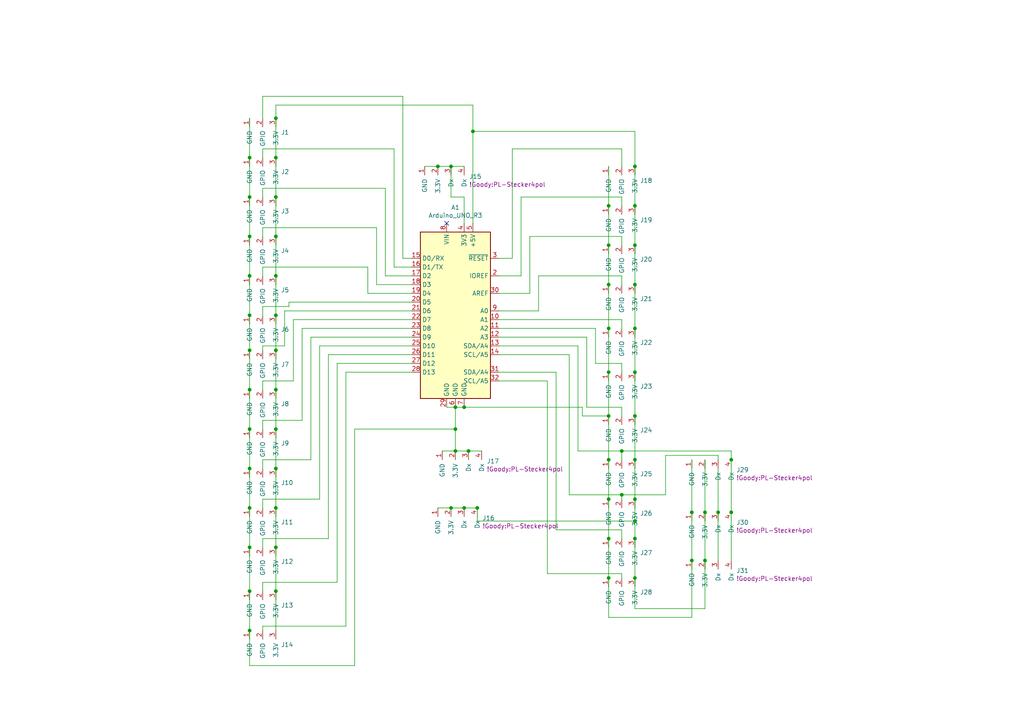
<source format=kicad_sch>
(kicad_sch (version 20230121) (generator eeschema)
  (paper "A4")
  (title_block (title "UNO Shield") (date "11.2023") (rev "V1.0"))
  (lib_symbols
    (symbol "!Goody:PL-Stecker_3pol" (pin_names (offset 1.016))
      (property "Reference" "J" (at 0 0 0))
      (symbol "PL-Stecker_3pol_1_1"
        (pin passive line (at -3.81 -2.54 270) (length 2.54) (name "GND") (number "1"))
        (pin passive line (at 0 -2.54 270) (length 2.54) (name "GPIO") (number "2"))
        (pin passive line (at 3.81 -2.54 270) (length 2.54) (name "3.3V") (number "3"))
      )
    )
    (symbol "!Goody:PL-Stecker_4pol_Data" (pin_names (offset 1.016))
      (property "Reference" "J" (at 0 0 0))
      (property "Footprint" "!Goody:PL-Stecker4pol" (at 0 0 0))
      (symbol "PL-Stecker_4pol_Data_1_1"
        (pin passive line (at -3.81 -2.54 270) (length 2.54) (name "GND") (number "1"))
        (pin passive line (at 0 -2.54 270) (length 2.54) (name "3.3V") (number "2"))
        (pin passive line (at 3.81 -2.54 270) (length 2.54) (name "Dx") (number "3"))
        (pin passive line (at 7.62 -2.54 270) (length 2.54) (name "Dx") (number "4"))
      )
    )
    (symbol "MCU_Module:Arduino_UNO_R3"
      (property "Reference" "A" (at -10.16 23.495 0))
      (property "Value" "Arduino_UNO_R3" (at 5.08 -26.67 0))
      (symbol "Arduino_UNO_R3_0_1"
        (rectangle (start -10.16 22.86) (end 10.16 -25.4) (stroke (width 0.254)) (fill (type background)))
      )
      (symbol "Arduino_UNO_R3_1_1"
        (pin no_connect line (at -10.16 -20.32 0) (length 2.54) hide (name "NC") (number "1"))
        (pin bidirectional line (at 12.7 -2.54 180) (length 2.54) (name "A1") (number "10"))
        (pin bidirectional line (at 12.7 -5.08 180) (length 2.54) (name "A2") (number "11"))
        (pin bidirectional line (at 12.7 -7.62 180) (length 2.54) (name "A3") (number "12"))
        (pin bidirectional line (at 12.7 -10.16 180) (length 2.54) (name "SDA/A4") (number "13"))
        (pin bidirectional line (at 12.7 -12.7 180) (length 2.54) (name "SCL/A5") (number "14"))
        (pin bidirectional line (at -12.7 15.24 0) (length 2.54) (name "D0/RX") (number "15"))
        (pin bidirectional line (at -12.7 12.7 0) (length 2.54) (name "D1/TX") (number "16"))
        (pin bidirectional line (at -12.7 10.16 0) (length 2.54) (name "D2") (number "17"))
        (pin bidirectional line (at -12.7 7.62 0) (length 2.54) (name "D3") (number "18"))
        (pin bidirectional line (at -12.7 5.08 0) (length 2.54) (name "D4") (number "19"))
        (pin output line (at 12.7 10.16 180) (length 2.54) (name "IOREF") (number "2"))
        (pin bidirectional line (at -12.7 2.54 0) (length 2.54) (name "D5") (number "20"))
        (pin bidirectional line (at -12.7 0 0) (length 2.54) (name "D6") (number "21"))
        (pin bidirectional line (at -12.7 -2.54 0) (length 2.54) (name "D7") (number "22"))
        (pin bidirectional line (at -12.7 -5.08 0) (length 2.54) (name "D8") (number "23"))
        (pin bidirectional line (at -12.7 -7.62 0) (length 2.54) (name "D9") (number "24"))
        (pin bidirectional line (at -12.7 -10.16 0) (length 2.54) (name "D10") (number "25"))
        (pin bidirectional line (at -12.7 -12.7 0) (length 2.54) (name "D11") (number "26"))
        (pin bidirectional line (at -12.7 -15.24 0) (length 2.54) (name "D12") (number "27"))
        (pin bidirectional line (at -12.7 -17.78 0) (length 2.54) (name "D13") (number "28"))
        (pin power_in line (at -2.54 -27.94 90) (length 2.54) (name "GND") (number "29"))
        (pin input line (at 12.7 15.24 180) (length 2.54) (name "~{RESET}") (number "3"))
        (pin input line (at 12.7 5.08 180) (length 2.54) (name "AREF") (number "30"))
        (pin bidirectional line (at 12.7 -17.78 180) (length 2.54) (name "SDA/A4") (number "31"))
        (pin bidirectional line (at 12.7 -20.32 180) (length 2.54) (name "SCL/A5") (number "32"))
        (pin power_out line (at 2.54 25.4 270) (length 2.54) (name "3V3") (number "4"))
        (pin power_out line (at 5.08 25.4 270) (length 2.54) (name "+5V") (number "5"))
        (pin power_in line (at 0 -27.94 90) (length 2.54) (name "GND") (number "6"))
        (pin power_in line (at 2.54 -27.94 90) (length 2.54) (name "GND") (number "7"))
        (pin power_in line (at -2.54 25.4 270) (length 2.54) (name "VIN") (number "8"))
        (pin bidirectional line (at 12.7 0 180) (length 2.54) (name "A0") (number "9"))
      )
    )
  )
  (junction (at 176.53 107.95))
  (junction (at 72.39 113.03))
  (junction (at 200.66 148.59))
  (junction (at 127 48.26))
  (junction (at 72.39 182.88))
  (junction (at 176.53 71.12))
  (junction (at 132.08 130.81))
  (junction (at 134.62 147.32))
  (junction (at 72.39 135.89))
  (junction (at 176.53 82.55))
  (junction (at 180.34 143.51))
  (junction (at 130.81 147.32))
  (junction (at 212.09 133.35))
  (junction (at 134.62 118.11))
  (junction (at 184.15 48.26))
  (junction (at 80.01 45.72))
  (junction (at 80.01 91.44))
  (junction (at 184.15 107.95))
  (junction (at 135.89 130.81))
  (junction (at 130.81 48.26))
  (junction (at 80.01 147.32))
  (junction (at 176.53 59.69))
  (junction (at 132.08 124.46))
  (junction (at 176.53 156.21))
  (junction (at 72.39 124.46))
  (junction (at 72.39 147.32))
  (junction (at 176.53 144.78))
  (junction (at 80.01 171.45))
  (junction (at 80.01 34.29))
  (junction (at 72.39 158.75))
  (junction (at 138.43 147.32))
  (junction (at 184.15 71.12))
  (junction (at 72.39 68.58))
  (junction (at 176.53 167.64))
  (junction (at 176.53 133.35))
  (junction (at 80.01 124.46))
  (junction (at 72.39 45.72))
  (junction (at 80.01 80.01))
  (junction (at 72.39 171.45))
  (junction (at 80.01 135.89))
  (junction (at 200.66 162.56))
  (junction (at 184.15 156.21))
  (junction (at 204.47 148.59))
  (junction (at 184.15 82.55))
  (junction (at 80.01 101.6))
  (junction (at 204.47 162.56))
  (junction (at 72.39 57.15))
  (junction (at 80.01 158.75))
  (junction (at 72.39 80.01))
  (junction (at 72.39 101.6))
  (junction (at 80.01 57.15))
  (junction (at 184.15 167.64))
  (junction (at 80.01 113.03))
  (junction (at 80.01 68.58))
  (junction (at 132.08 118.11))
  (junction (at 176.53 95.25))
  (junction (at 208.28 148.59))
  (junction (at 72.39 91.44))
  (junction (at 184.15 120.65))
  (junction (at 184.15 59.69))
  (junction (at 184.15 95.25))
  (junction (at 176.53 120.65))
  (junction (at 137.16 38.1))
  (junction (at 184.15 151.13))
  (junction (at 184.15 133.35))
  (junction (at 180.34 130.81))
  (junction (at 212.09 148.59))
  (junction (at 184.15 144.78))
  (no_connect (at 129.54 64.77))
  (wire (pts (xy 119.38 90.17) (xy 82.55 90.17)))
  (wire (pts (xy 119.38 87.63) (xy 83.82 87.63)))
  (wire (pts (xy 176.53 167.64) (xy 176.53 156.21)))
  (wire (pts (xy 72.39 101.6) (xy 72.39 91.44)))
  (wire (pts (xy 172.72 95.25) (xy 144.78 95.25)))
  (wire (pts (xy 204.47 162.56) (xy 204.47 148.59)))
  (wire (pts (xy 92.71 100.33) (xy 92.71 144.78)))
  (wire (pts (xy 76.2 88.9) (xy 76.2 91.44)))
  (wire (pts (xy 106.68 85.09) (xy 119.38 85.09)))
  (wire (pts (xy 80.01 34.29) (xy 80.01 45.72)))
  (wire (pts (xy 102.87 124.46) (xy 102.87 193.04)))
  (wire (pts (xy 176.53 95.25) (xy 176.53 82.55)))
  (wire (pts (xy 158.75 110.49) (xy 158.75 166.37)))
  (wire (pts (xy 100.33 107.95) (xy 119.38 107.95)))
  (wire (pts (xy 109.22 66.04) (xy 76.2 66.04)))
  (wire (pts (xy 72.39 135.89) (xy 72.39 147.32)))
  (wire (pts (xy 116.84 74.93) (xy 119.38 74.93)))
  (wire (pts (xy 200.66 133.35) (xy 200.66 148.59)))
  (wire (pts (xy 132.08 118.11) (xy 134.62 118.11)))
  (wire (pts (xy 180.34 57.15) (xy 151.13 57.15)))
  (wire (pts (xy 184.15 95.25) (xy 184.15 107.95)))
  (wire (pts (xy 134.62 147.32) (xy 130.81 147.32)))
  (wire (pts (xy 137.16 38.1) (xy 184.15 38.1)))
  (wire (pts (xy 212.09 162.56) (xy 212.09 148.59)))
  (wire (pts (xy 80.01 124.46) (xy 80.01 135.89)))
  (wire (pts (xy 127 147.32) (xy 130.81 147.32)))
  (wire (pts (xy 76.2 34.29) (xy 76.2 27.94)))
  (wire (pts (xy 85.09 110.49) (xy 85.09 92.71)))
  (wire (pts (xy 80.01 171.45) (xy 80.01 158.75)))
  (wire (pts (xy 176.53 133.35) (xy 176.53 120.65)))
  (wire (pts (xy 72.39 135.89) (xy 72.39 124.46)))
  (wire (pts (xy 76.2 144.78) (xy 76.2 147.32)))
  (wire (pts (xy 208.28 162.56) (xy 208.28 148.59)))
  (wire (pts (xy 76.2 168.91) (xy 76.2 171.45)))
  (wire (pts (xy 184.15 38.1) (xy 184.15 48.26)))
  (wire (pts (xy 76.2 100.33) (xy 76.2 101.6)))
  (wire (pts (xy 151.13 80.01) (xy 144.78 80.01)))
  (wire (pts (xy 153.67 85.09) (xy 153.67 68.58)))
  (wire (pts (xy 184.15 167.64) (xy 184.15 176.53)))
  (wire (pts (xy 76.2 54.61) (xy 76.2 57.15)))
  (wire (pts (xy 167.64 100.33) (xy 167.64 130.81)))
  (wire (pts (xy 119.38 95.25) (xy 87.63 95.25)))
  (wire (pts (xy 208.28 135.89) (xy 208.28 148.59)))
  (wire (pts (xy 176.53 179.07) (xy 200.66 179.07)))
  (wire (pts (xy 80.01 147.32) (xy 80.01 158.75)))
  (wire (pts (xy 119.38 80.01) (xy 111.76 80.01)))
  (wire (pts (xy 72.39 182.88) (xy 72.39 171.45)))
  (wire (pts (xy 208.28 132.08) (xy 208.28 133.35)))
  (wire (pts (xy 176.53 82.55) (xy 176.53 71.12)))
  (wire (pts (xy 119.38 100.33) (xy 92.71 100.33)))
  (wire (pts (xy 144.78 100.33) (xy 167.64 100.33)))
  (wire (pts (xy 193.04 143.51) (xy 193.04 132.08)))
  (wire (pts (xy 76.2 133.35) (xy 90.17 133.35)))
  (wire (pts (xy 193.04 132.08) (xy 208.28 132.08)))
  (wire (pts (xy 212.09 130.81) (xy 212.09 133.35)))
  (wire (pts (xy 170.18 118.11) (xy 180.34 118.11)))
  (wire (pts (xy 184.15 82.55) (xy 184.15 71.12)))
  (wire (pts (xy 82.55 90.17) (xy 82.55 100.33)))
  (wire (pts (xy 76.2 156.21) (xy 95.25 156.21)))
  (wire (pts (xy 180.34 68.58) (xy 180.34 71.12)))
  (wire (pts (xy 176.53 71.12) (xy 176.53 59.69)))
  (wire (pts (xy 130.81 57.15) (xy 130.81 48.26)))
  (wire (pts (xy 80.01 30.48) (xy 137.16 30.48)))
  (wire (pts (xy 80.01 113.03) (xy 80.01 124.46)))
  (wire (pts (xy 176.53 107.95) (xy 176.53 95.25)))
  (wire (pts (xy 176.53 167.64) (xy 176.53 179.07)))
  (wire (pts (xy 90.17 97.79) (xy 119.38 97.79)))
  (wire (pts (xy 180.34 92.71) (xy 180.34 95.25)))
  (wire (pts (xy 180.34 105.41) (xy 172.72 105.41)))
  (wire (pts (xy 184.15 133.35) (xy 184.15 144.78)))
  (wire (pts (xy 127 48.26) (xy 130.81 48.26)))
  (wire (pts (xy 87.63 121.92) (xy 76.2 121.92)))
  (wire (pts (xy 76.2 27.94) (xy 116.84 27.94)))
  (wire (pts (xy 161.29 107.95) (xy 161.29 153.67)))
  (wire (pts (xy 80.01 45.72) (xy 80.01 57.15)))
  (wire (pts (xy 135.89 130.81) (xy 139.7 130.81)))
  (wire (pts (xy 80.01 113.03) (xy 80.01 101.6)))
  (wire (pts (xy 137.16 64.77) (xy 137.16 38.1)))
  (wire (pts (xy 76.2 182.88) (xy 76.2 181.61)))
  (wire (pts (xy 76.2 121.92) (xy 76.2 124.46)))
  (wire (pts (xy 168.91 120.65) (xy 176.53 120.65)))
  (wire (pts (xy 144.78 102.87) (xy 165.1 102.87)))
  (wire (pts (xy 180.34 59.69) (xy 180.34 57.15)))
  (wire (pts (xy 172.72 105.41) (xy 172.72 95.25)))
  (wire (pts (xy 144.78 90.17) (xy 156.21 90.17)))
  (wire (pts (xy 165.1 143.51) (xy 180.34 143.51)))
  (wire (pts (xy 95.25 156.21) (xy 95.25 102.87)))
  (wire (pts (xy 80.01 57.15) (xy 80.01 68.58)))
  (wire (pts (xy 97.79 168.91) (xy 76.2 168.91)))
  (wire (pts (xy 132.08 124.46) (xy 102.87 124.46)))
  (wire (pts (xy 132.08 124.46) (xy 132.08 130.81)))
  (wire (pts (xy 212.09 130.81) (xy 180.34 130.81)))
  (wire (pts (xy 134.62 118.11) (xy 168.91 118.11)))
  (wire (pts (xy 85.09 92.71) (xy 119.38 92.71)))
  (wire (pts (xy 144.78 74.93) (xy 148.59 74.93)))
  (wire (pts (xy 167.64 130.81) (xy 180.34 130.81)))
  (wire (pts (xy 130.81 48.26) (xy 134.62 48.26)))
  (wire (pts (xy 80.01 80.01) (xy 80.01 68.58)))
  (wire (pts (xy 90.17 133.35) (xy 90.17 97.79)))
  (wire (pts (xy 137.16 30.48) (xy 137.16 38.1)))
  (wire (pts (xy 176.53 144.78) (xy 176.53 133.35)))
  (wire (pts (xy 111.76 54.61) (xy 76.2 54.61)))
  (wire (pts (xy 119.38 105.41) (xy 97.79 105.41)))
  (wire (pts (xy 97.79 105.41) (xy 97.79 168.91)))
  (wire (pts (xy 72.39 57.15) (xy 72.39 45.72)))
  (wire (pts (xy 156.21 90.17) (xy 156.21 80.01)))
  (wire (pts (xy 76.2 43.18) (xy 76.2 45.72)))
  (wire (pts (xy 109.22 82.55) (xy 109.22 66.04)))
  (wire (pts (xy 204.47 176.53) (xy 204.47 162.56)))
  (wire (pts (xy 158.75 166.37) (xy 180.34 166.37)))
  (wire (pts (xy 184.15 151.13) (xy 184.15 156.21)))
  (wire (pts (xy 144.78 110.49) (xy 158.75 110.49)))
  (wire (pts (xy 134.62 64.77) (xy 134.62 57.15)))
  (wire (pts (xy 168.91 118.11) (xy 168.91 120.65)))
  (wire (pts (xy 184.15 156.21) (xy 184.15 167.64)))
  (wire (pts (xy 165.1 102.87) (xy 165.1 143.51)))
  (wire (pts (xy 132.08 118.11) (xy 132.08 124.46)))
  (wire (pts (xy 114.3 77.47) (xy 114.3 43.18)))
  (wire (pts (xy 180.34 130.81) (xy 180.34 133.35)))
  (wire (pts (xy 129.54 118.11) (xy 132.08 118.11)))
  (wire (pts (xy 184.15 59.69) (xy 184.15 71.12)))
  (wire (pts (xy 80.01 34.29) (xy 80.01 30.48)))
  (wire (pts (xy 72.39 113.03) (xy 72.39 101.6)))
  (wire (pts (xy 148.59 43.18) (xy 180.34 43.18)))
  (wire (pts (xy 72.39 34.29) (xy 72.39 45.72)))
  (wire (pts (xy 144.78 97.79) (xy 170.18 97.79)))
  (wire (pts (xy 106.68 85.09) (xy 106.68 77.47)))
  (wire (pts (xy 106.68 77.47) (xy 76.2 77.47)))
  (wire (pts (xy 72.39 147.32) (xy 72.39 158.75)))
  (wire (pts (xy 111.76 80.01) (xy 111.76 54.61)))
  (wire (pts (xy 80.01 171.45) (xy 80.01 182.88)))
  (wire (pts (xy 200.66 148.59) (xy 200.66 162.56)))
  (wire (pts (xy 138.43 147.32) (xy 134.62 147.32)))
  (wire (pts (xy 76.2 113.03) (xy 76.2 110.49)))
  (wire (pts (xy 72.39 68.58) (xy 72.39 57.15)))
  (wire (pts (xy 180.34 107.95) (xy 180.34 105.41)))
  (wire (pts (xy 76.2 158.75) (xy 76.2 156.21)))
  (wire (pts (xy 119.38 77.47) (xy 114.3 77.47)))
  (wire (pts (xy 184.15 82.55) (xy 184.15 95.25)))
  (wire (pts (xy 72.39 91.44) (xy 72.39 80.01)))
  (wire (pts (xy 180.34 118.11) (xy 180.34 120.65)))
  (wire (pts (xy 180.34 143.51) (xy 180.34 144.78)))
  (wire (pts (xy 170.18 97.79) (xy 170.18 118.11)))
  (wire (pts (xy 161.29 153.67) (xy 180.34 153.67)))
  (wire (pts (xy 76.2 181.61) (xy 100.33 181.61)))
  (wire (pts (xy 176.53 156.21) (xy 176.53 144.78)))
  (wire (pts (xy 80.01 80.01) (xy 80.01 91.44)))
  (wire (pts (xy 138.43 151.13) (xy 138.43 147.32)))
  (wire (pts (xy 123.19 48.26) (xy 127 48.26)))
  (wire (pts (xy 184.15 107.95) (xy 184.15 120.65)))
  (wire (pts (xy 156.21 80.01) (xy 180.34 80.01)))
  (wire (pts (xy 134.62 57.15) (xy 130.81 57.15)))
  (wire (pts (xy 72.39 124.46) (xy 72.39 113.03)))
  (wire (pts (xy 82.55 100.33) (xy 76.2 100.33)))
  (wire (pts (xy 180.34 143.51) (xy 193.04 143.51)))
  (wire (pts (xy 87.63 95.25) (xy 87.63 121.92)))
  (wire (pts (xy 72.39 80.01) (xy 72.39 68.58)))
  (wire (pts (xy 184.15 144.78) (xy 184.15 151.13)))
  (wire (pts (xy 100.33 181.61) (xy 100.33 107.95)))
  (wire (pts (xy 76.2 110.49) (xy 85.09 110.49)))
  (wire (pts (xy 116.84 27.94) (xy 116.84 74.93)))
  (wire (pts (xy 184.15 48.26) (xy 184.15 59.69)))
  (wire (pts (xy 151.13 57.15) (xy 151.13 80.01)))
  (wire (pts (xy 212.09 133.35) (xy 212.09 148.59)))
  (wire (pts (xy 144.78 107.95) (xy 161.29 107.95)))
  (wire (pts (xy 76.2 135.89) (xy 76.2 133.35)))
  (wire (pts (xy 180.34 80.01) (xy 180.34 82.55)))
  (wire (pts (xy 76.2 77.47) (xy 76.2 80.01)))
  (wire (pts (xy 180.34 166.37) (xy 180.34 167.64)))
  (wire (pts (xy 180.34 43.18) (xy 180.34 48.26)))
  (wire (pts (xy 119.38 82.55) (xy 109.22 82.55)))
  (wire (pts (xy 72.39 171.45) (xy 72.39 158.75)))
  (wire (pts (xy 176.53 59.69) (xy 176.53 48.26)))
  (wire (pts (xy 132.08 130.81) (xy 135.89 130.81)))
  (wire (pts (xy 95.25 102.87) (xy 119.38 102.87)))
  (wire (pts (xy 148.59 74.93) (xy 148.59 43.18)))
  (wire (pts (xy 80.01 91.44) (xy 80.01 101.6)))
  (wire (pts (xy 114.3 43.18) (xy 76.2 43.18)))
  (wire (pts (xy 184.15 176.53) (xy 204.47 176.53)))
  (wire (pts (xy 83.82 87.63) (xy 83.82 88.9)))
  (wire (pts (xy 80.01 135.89) (xy 80.01 147.32)))
  (wire (pts (xy 76.2 66.04) (xy 76.2 68.58)))
  (wire (pts (xy 184.15 120.65) (xy 184.15 133.35)))
  (wire (pts (xy 83.82 88.9) (xy 76.2 88.9)))
  (wire (pts (xy 153.67 68.58) (xy 180.34 68.58)))
  (wire (pts (xy 102.87 193.04) (xy 72.39 193.04)))
  (wire (pts (xy 144.78 92.71) (xy 180.34 92.71)))
  (wire (pts (xy 144.78 85.09) (xy 153.67 85.09)))
  (wire (pts (xy 132.08 130.81) (xy 128.27 130.81)))
  (wire (pts (xy 204.47 148.59) (xy 204.47 133.35)))
  (wire (pts (xy 176.53 120.65) (xy 176.53 107.95)))
  (wire (pts (xy 92.71 144.78) (xy 76.2 144.78)))
  (wire (pts (xy 180.34 153.67) (xy 180.34 156.21)))
  (wire (pts (xy 184.15 151.13) (xy 138.43 151.13)))
  (wire (pts (xy 200.66 179.07) (xy 200.66 162.56)))
  (wire (pts (xy 72.39 193.04) (xy 72.39 182.88)))
  (symbol (lib_id "MCU_Module:Arduino_UNO_R3") (at 132.08 90.17 0) (unit 1)
    (property "Reference" "A1" (at 132.08 60.1726 0))
    (property "Value" "Arduino_UNO_R3" (at 132.08 62.484 0))
    (property "Footprint" "Module:Arduino_UNO_R3" (effects hide))
    (property "Datasheet" "https://www.arduino.cc/en/Main/arduinoBoardUno" (effects hide))
  )
  (symbol (lib_id "!Goody:PL-Stecker_3pol") (at 180.34 45.72 0) (unit 1)
    (property "Reference" "J18" (at 185.6232 52.3748 0) (effects (justify left)))
    (property "Value" "PL-Stecker_3pol" (effects hide))
    (property "Footprint" "!Goody:PL-Stecker3pol" (effects hide))
  )
  (symbol (lib_id "!Goody:PL-Stecker_3pol") (at 180.34 57.15 0) (unit 1)
    (property "Reference" "J19" (at 185.6232 63.8048 0) (effects (justify left)))
    (property "Value" "PL-Stecker_3pol" (effects hide))
    (property "Footprint" "!Goody:PL-Stecker3pol" (effects hide))
  )
  (symbol (lib_id "!Goody:PL-Stecker_3pol") (at 180.34 68.58 0) (unit 1)
    (property "Reference" "J20" (at 185.6232 75.2348 0) (effects (justify left)))
    (property "Value" "PL-Stecker_3pol" (effects hide))
    (property "Footprint" "!Goody:PL-Stecker3pol" (effects hide))
  )
  (symbol (lib_id "!Goody:PL-Stecker_3pol") (at 180.34 80.01 0) (unit 1)
    (property "Reference" "J21" (at 185.6232 86.6648 0) (effects (justify left)))
    (property "Value" "PL-Stecker_3pol" (effects hide))
    (property "Footprint" "!Goody:PL-Stecker3pol" (effects hide))
  )
  (symbol (lib_id "!Goody:PL-Stecker_3pol") (at 180.34 92.71 0) (unit 1)
    (property "Reference" "J22" (at 185.6232 99.3648 0) (effects (justify left)))
    (property "Value" "PL-Stecker_3pol" (effects hide))
    (property "Footprint" "!Goody:PL-Stecker3pol" (effects hide))
  )
  (symbol (lib_id "!Goody:PL-Stecker_3pol") (at 180.34 105.41 0) (unit 1)
    (property "Reference" "J23" (at 185.6232 112.0648 0) (effects (justify left)))
    (property "Value" "PL-Stecker_3pol" (effects hide))
    (property "Footprint" "!Goody:PL-Stecker3pol" (effects hide))
  )
  (symbol (lib_id "!Goody:PL-Stecker_3pol") (at 180.34 118.11 0) (unit 1)
    (property "Reference" "J24" (at 185.6232 124.7648 0) (effects (justify left)))
    (property "Value" "PL-Stecker_3pol" (effects hide))
    (property "Footprint" "!Goody:PL-Stecker3pol" (effects hide))
  )
  (symbol (lib_id "!Goody:PL-Stecker_3pol") (at 180.34 130.81 0) (unit 1)
    (property "Reference" "J25" (at 185.6232 137.4648 0) (effects (justify left)))
    (property "Value" "PL-Stecker_3pol" (effects hide))
    (property "Footprint" "!Goody:PL-Stecker3pol" (effects hide))
  )
  (symbol (lib_id "!Goody:PL-Stecker_3pol") (at 180.34 142.24 0) (unit 1)
    (property "Reference" "J26" (at 185.6232 148.8948 0) (effects (justify left)))
    (property "Value" "PL-Stecker_3pol" (effects hide))
    (property "Footprint" "!Goody:PL-Stecker3pol" (effects hide))
  )
  (symbol (lib_id "!Goody:PL-Stecker_3pol") (at 180.34 153.67 0) (unit 1)
    (property "Reference" "J27" (at 185.6232 160.3248 0) (effects (justify left)))
    (property "Value" "PL-Stecker_3pol" (effects hide))
    (property "Footprint" "!Goody:PL-Stecker3pol" (effects hide))
  )
  (symbol (lib_id "!Goody:PL-Stecker_3pol") (at 180.34 165.1 0) (unit 1)
    (property "Reference" "J28" (at 185.6232 171.7548 0) (effects (justify left)))
    (property "Value" "PL-Stecker_3pol" (effects hide))
    (property "Footprint" "!Goody:PL-Stecker3pol" (effects hide))
  )
  (symbol (lib_id "!Goody:PL-Stecker_4pol_Data") (at 204.47 130.81 0) (unit 1)
    (property "Reference" "J29" (at 213.5632 136.2964 0) (effects (justify left)))
    (property "Value" "PL-Stecker_4pol_Data" (effects hide))
    (property "Footprint" "!Goody:PL-Stecker4pol" (at 213.5632 138.6078 0) (effects (justify left)))
  )
  (symbol (lib_id "!Goody:PL-Stecker_4pol_Data") (at 204.47 146.05 0) (unit 1)
    (property "Reference" "J30" (at 213.5632 151.5364 0) (effects (justify left)))
    (property "Value" "PL-Stecker_4pol_Data" (effects hide))
    (property "Footprint" "!Goody:PL-Stecker4pol" (at 213.5632 153.8478 0) (effects (justify left)))
  )
  (symbol (lib_id "!Goody:PL-Stecker_4pol_Data") (at 204.47 160.02 0) (unit 1)
    (property "Reference" "J31" (at 213.5632 165.5064 0) (effects (justify left)))
    (property "Value" "PL-Stecker_4pol_Data" (effects hide))
    (property "Footprint" "!Goody:PL-Stecker4pol" (at 213.5632 167.8178 0) (effects (justify left)))
  )
  (symbol (lib_id "!Goody:PL-Stecker_4pol_Data") (at 132.08 128.27 0) (unit 1)
    (property "Reference" "J17" (at 141.1732 133.7564 0) (effects (justify left)))
    (property "Value" "PL-Stecker_4pol_Data" (effects hide))
    (property "Footprint" "!Goody:PL-Stecker4pol" (at 141.1732 136.0678 0) (effects (justify left)))
  )
  (symbol (lib_id "!Goody:PL-Stecker_4pol_Data") (at 130.81 144.78 0) (unit 1)
    (property "Reference" "J16" (at 139.9032 150.2664 0) (effects (justify left)))
    (property "Value" "PL-Stecker_4pol_Data" (effects hide))
    (property "Footprint" "!Goody:PL-Stecker4pol" (at 139.9032 152.5778 0) (effects (justify left)))
  )
  (symbol (lib_id "!Goody:PL-Stecker_3pol") (at 76.2 31.75 0) (unit 1)
    (property "Reference" "J1" (at 81.4832 38.4048 0) (effects (justify left)))
    (property "Value" "PL-Stecker_3pol" (effects hide))
    (property "Footprint" "!Goody:PL-Stecker3pol" (effects hide))
  )
  (symbol (lib_id "!Goody:PL-Stecker_3pol") (at 76.2 43.18 0) (unit 1)
    (property "Reference" "J2" (at 81.4832 49.8348 0) (effects (justify left)))
    (property "Value" "PL-Stecker_3pol" (effects hide))
    (property "Footprint" "!Goody:PL-Stecker3pol" (effects hide))
  )
  (symbol (lib_id "!Goody:PL-Stecker_3pol") (at 76.2 54.61 0) (unit 1)
    (property "Reference" "J3" (at 81.4832 61.2648 0) (effects (justify left)))
    (property "Value" "PL-Stecker_3pol" (effects hide))
    (property "Footprint" "!Goody:PL-Stecker3pol" (effects hide))
  )
  (symbol (lib_id "!Goody:PL-Stecker_3pol") (at 76.2 66.04 0) (unit 1)
    (property "Reference" "J4" (at 81.4832 72.6948 0) (effects (justify left)))
    (property "Value" "PL-Stecker_3pol" (effects hide))
    (property "Footprint" "!Goody:PL-Stecker3pol" (effects hide))
  )
  (symbol (lib_id "!Goody:PL-Stecker_3pol") (at 76.2 77.47 0) (unit 1)
    (property "Reference" "J5" (at 81.4832 84.1248 0) (effects (justify left)))
    (property "Value" "PL-Stecker_3pol" (effects hide))
    (property "Footprint" "!Goody:PL-Stecker3pol" (effects hide))
  )
  (symbol (lib_id "!Goody:PL-Stecker_3pol") (at 76.2 88.9 0) (unit 1)
    (property "Reference" "J6" (at 81.4832 95.5548 0) (effects (justify left)))
    (property "Value" "PL-Stecker_3pol" (effects hide))
    (property "Footprint" "!Goody:PL-Stecker3pol" (effects hide))
  )
  (symbol (lib_id "!Goody:PL-Stecker_3pol") (at 76.2 99.06 0) (unit 1)
    (property "Reference" "J7" (at 81.4832 105.7148 0) (effects (justify left)))
    (property "Value" "PL-Stecker_3pol" (effects hide))
    (property "Footprint" "!Goody:PL-Stecker3pol" (effects hide))
  )
  (symbol (lib_id "!Goody:PL-Stecker_3pol") (at 76.2 110.49 0) (unit 1)
    (property "Reference" "J8" (at 81.4832 117.1448 0) (effects (justify left)))
    (property "Value" "PL-Stecker_3pol" (effects hide))
    (property "Footprint" "!Goody:PL-Stecker3pol" (effects hide))
  )
  (symbol (lib_id "!Goody:PL-Stecker_3pol") (at 76.2 121.92 0) (unit 1)
    (property "Reference" "J9" (at 81.4832 128.5748 0) (effects (justify left)))
    (property "Value" "PL-Stecker_3pol" (effects hide))
    (property "Footprint" "!Goody:PL-Stecker3pol" (effects hide))
  )
  (symbol (lib_id "!Goody:PL-Stecker_3pol") (at 76.2 133.35 0) (unit 1)
    (property "Reference" "J10" (at 81.4832 140.0048 0) (effects (justify left)))
    (property "Value" "PL-Stecker_3pol" (effects hide))
    (property "Footprint" "!Goody:PL-Stecker3pol" (effects hide))
  )
  (symbol (lib_id "!Goody:PL-Stecker_3pol") (at 76.2 144.78 0) (unit 1)
    (property "Reference" "J11" (at 81.4832 151.4348 0) (effects (justify left)))
    (property "Value" "PL-Stecker_3pol" (effects hide))
    (property "Footprint" "!Goody:PL-Stecker3pol" (effects hide))
  )
  (symbol (lib_id "!Goody:PL-Stecker_3pol") (at 76.2 156.21 0) (unit 1)
    (property "Reference" "J12" (at 81.4832 162.8648 0) (effects (justify left)))
    (property "Value" "PL-Stecker_3pol" (effects hide))
    (property "Footprint" "!Goody:PL-Stecker3pol" (effects hide))
  )
  (symbol (lib_id "!Goody:PL-Stecker_3pol") (at 76.2 168.91 0) (unit 1)
    (property "Reference" "J13" (at 81.4832 175.5648 0) (effects (justify left)))
    (property "Value" "PL-Stecker_3pol" (effects hide))
    (property "Footprint" "!Goody:PL-Stecker3pol" (effects hide))
  )
  (symbol (lib_id "!Goody:PL-Stecker_3pol") (at 76.2 180.34 0) (unit 1)
    (property "Reference" "J14" (at 81.4832 186.9948 0) (effects (justify left)))
    (property "Value" "PL-Stecker_3pol" (effects hide))
    (property "Footprint" "!Goody:PL-Stecker3pol" (effects hide))
  )
  (symbol (lib_id "!Goody:PL-Stecker_4pol_Data") (at 127 45.72 0) (unit 1)
    (property "Reference" "J15" (at 136.0932 51.2064 0) (effects (justify left)))
    (property "Value" "PL-Stecker_4pol_Data" (effects hide))
    (property "Footprint" "!Goody:PL-Stecker4pol" (at 136.0932 53.5178 0) (effects (justify left)))
  )
)
</source>
